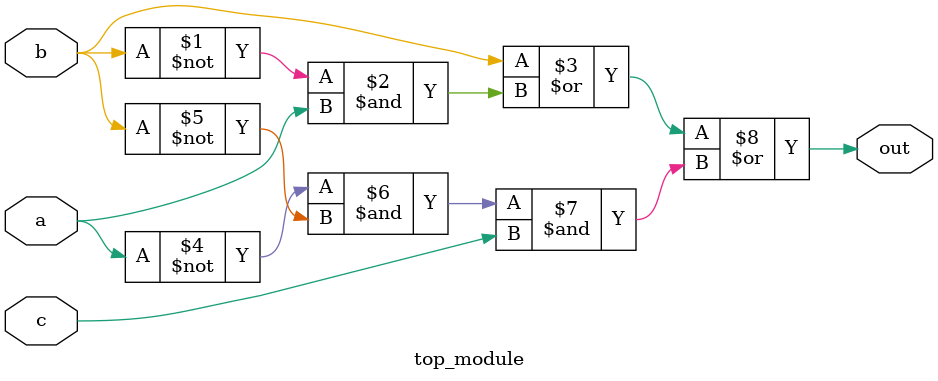
<source format=v>
module top_module(
    input a,
    input b,
    input c,
    output out  );

    assign out = b | ((~b) & a) | ((~a) & (~b) & c);

endmodule

</source>
